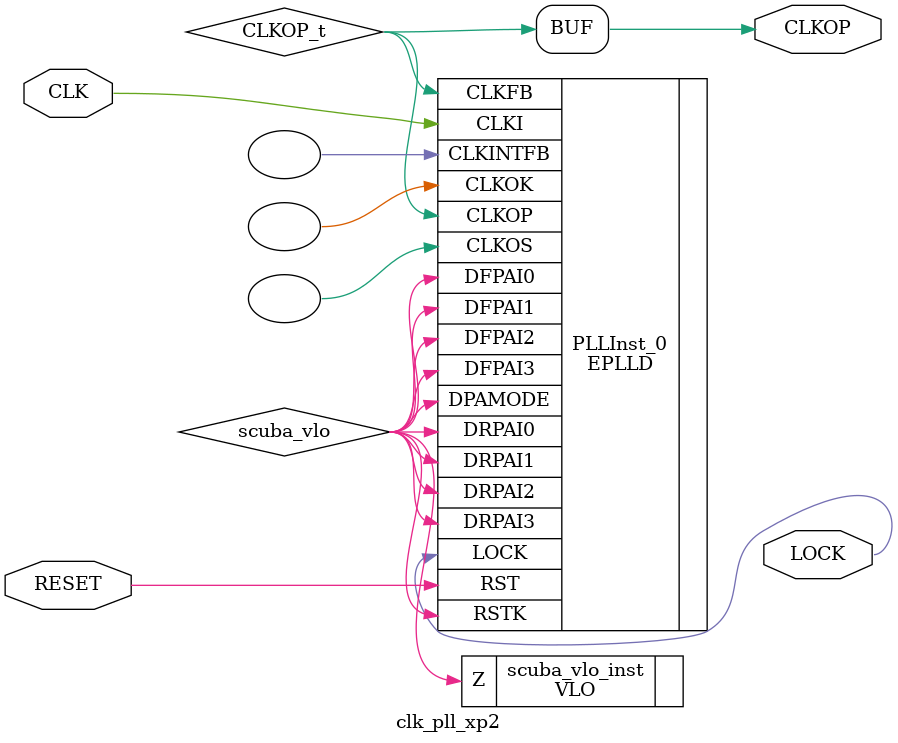
<source format=v>
/* Verilog netlist generated by SCUBA ispLever_v61_SP1_Build (17) */
/* Module Version: 3.4 */
/* C:\ispLEVER_6_1_ver37\ispfpga\bin\nt\scuba.exe -w -n pll_clk -lang verilog -synth synplify -arch mg5a00 -type pll -fin 200 -phase_cntl STATIC -fclkop 200 -fclkop_tol 0.0 -fb_mode CLOCKTREE -noclkos -noclkok -use_rst -noclkok2 -e  */
/* Tue Feb 13 14:46:37 2007 */


`timescale 1 ns / 1 ps

`define XP2 // for ECP2,ECP2M,XP2 Devices

// `define XP // for EC,ECP,XP Devices


`ifdef XP2 // for ECP2,ECP2M,XP2 Devices
module clk_pll_xp2 (CLK, RESET, CLKOP, LOCK);
    input CLK;
    input RESET;
    output CLKOP;
    output LOCK;


    VLO scuba_vlo_inst (.Z(scuba_vlo));

    // synopsys translate_off
    defparam PLLInst_0.CLKOK_BYPASS = "DISABLED" ;
    defparam PLLInst_0.CLKOS_BYPASS = "DISABLED" ;
    defparam PLLInst_0.CLKOP_BYPASS = "DISABLED" ;
    defparam PLLInst_0.PHASE_CNTL = "STATIC" ;
    defparam PLLInst_0.DUTY = 8 ;
    defparam PLLInst_0.PHASEADJ = "0.0" ;
    defparam PLLInst_0.CLKOK_DIV = 2 ;
    defparam PLLInst_0.CLKOP_DIV = 4 ;
    defparam PLLInst_0.CLKFB_DIV = 1 ;
    defparam PLLInst_0.CLKI_DIV = 1 ;
    // synopsys translate_on
    EPLLD PLLInst_0 (.CLKI(CLK), .CLKFB(CLKOP_t), .RST(RESET), .RSTK(scuba_vlo), 
        .DPAMODE(scuba_vlo), .DRPAI0(scuba_vlo), .DRPAI1(scuba_vlo), .DRPAI2(scuba_vlo), 
        .DRPAI3(scuba_vlo), .DFPAI0(scuba_vlo), .DFPAI1(scuba_vlo), .DFPAI2(scuba_vlo), 
        .DFPAI3(scuba_vlo), .CLKOP(CLKOP_t), .CLKOS(), .CLKOK(), .LOCK(LOCK), 
        .CLKINTFB())
             /* synthesis CLKOK_BYPASS="DISABLED" */
             /* synthesis CLKOS_BYPASS="DISABLED" */
             /* synthesis CLKOP_BYPASS="DISABLED" */
             /* synthesis PHASE_CNTL="STATIC" */
             /* synthesis DUTY="8" */
             /* synthesis PHASEADJ="0.0" */
             /* synthesis FREQUENCY_PIN_CLKOP="200.000000" */
             /* synthesis FREQUENCY_PIN_CLKI="200.000000" */
             /* synthesis FREQUENCY_PIN_CLKOK="50.000000" */
             /* synthesis CLKOK_DIV="2" */
             /* synthesis CLKOP_DIV="4" */
             /* synthesis CLKFB_DIV="1" */
             /* synthesis CLKI_DIV="1" */
             /* synthesis FIN="200.000000" */;

    assign CLKOP = CLKOP_t;


    // exemplar begin
    // exemplar attribute PLLInst_0 CLKOK_BYPASS DISABLED
    // exemplar attribute PLLInst_0 CLKOS_BYPASS DISABLED
    // exemplar attribute PLLInst_0 CLKOP_BYPASS DISABLED
    // exemplar attribute PLLInst_0 PHASE_CNTL STATIC
    // exemplar attribute PLLInst_0 DUTY 8
    // exemplar attribute PLLInst_0 PHASEADJ 0.0
    // exemplar attribute PLLInst_0 FREQUENCY_PIN_CLKOP 200.000000
    // exemplar attribute PLLInst_0 FREQUENCY_PIN_CLKI 200.000000
    // exemplar attribute PLLInst_0 FREQUENCY_PIN_CLKOK 50.000000
    // exemplar attribute PLLInst_0 CLKOK_DIV 2
    // exemplar attribute PLLInst_0 CLKOP_DIV 4
    // exemplar attribute PLLInst_0 CLKFB_DIV 1
    // exemplar attribute PLLInst_0 CLKI_DIV 1
    // exemplar attribute PLLInst_0 FIN 200.000000
    // exemplar end

endmodule
`endif

/* Verilog netlist generated by SCUBA ispLever_v61_SP1_Build (17) */
/* Module Version: 3.3 */
/* C:\ispLEVER_6_1_ver37\ispfpga\bin\nt\scuba.exe -w -n clk_pll -lang verilog -synth synplify -arch ep5g00 -type pll -fin 200 -fclkop 200 -fclkop_tol 0.0 -delay_cntl STATIC -fdel 0 -fb_mode CLOCKTREE -noclkos -noclkok -e  */
/* Wed Jan 31 11:04:51 2007 */


`timescale 1 ns / 1 ps

`ifdef XP   // for EC,ECP,XP Devices
module clk_pll_xp (CLK, RESET, CLKOP, LOCK);
    input CLK;
    input RESET;
    output CLKOP;
    output LOCK;

    wire CLK_t;

    VLO scuba_vlo_inst (.Z(scuba_vlo));

    // synopsys translate_off
    defparam PLLBInst_0.DELAY_CNTL = "STATIC" ;
    defparam PLLBInst_0.FDEL = "0" ;
    defparam PLLBInst_0.DUTY = "4" ;
    defparam PLLBInst_0.PHASEADJ = "0" ;
    defparam PLLBInst_0.CLKOK_DIV = "2" ;
    defparam PLLBInst_0.CLKOP_DIV = "4" ;
    defparam PLLBInst_0.CLKFB_DIV = "1" ;
    defparam PLLBInst_0.CLKI_DIV = "1" ;
    // synopsys translate_on
    EHXPLLB PLLBInst_0 (.CLKI(CLK_t), .CLKFB(CLKOP_t), .RST(RESET), .DDAMODE(scuba_vlo), 
        .DDAIZR(scuba_vlo), .DDAILAG(scuba_vlo), .DDAIDEL0(scuba_vlo), .DDAIDEL1(scuba_vlo), 
        .DDAIDEL2(scuba_vlo), .CLKOP(CLKOP_t), .CLKOS(), .CLKOK(), .LOCK(LOCK), 
        .DDAOZR(), .DDAOLAG(), .DDAODEL0(), .DDAODEL1(), .DDAODEL2())
             /* synthesis DELAY_CNTL="STATIC" */
             /* synthesis FDEL="0" */
             /* synthesis DUTY="4" */
             /* synthesis PHASEADJ="0" */
             /* synthesis FB_MODE="CLOCKTREE" */
             /* synthesis FREQUENCY_PIN_CLKOS="200.000000" */
             /* synthesis FREQUENCY_PIN_CLKOP="200.000000" */
             /* synthesis FREQUENCY_PIN_CLKI="200.000000" */
             /* synthesis FREQUENCY_PIN_CLKOK="50.000000" */
             /* synthesis CLKOK_DIV="2" */
             /* synthesis CLKOP_DIV="4" */
             /* synthesis CLKFB_DIV="1" */
             /* synthesis CLKI_DIV="1" */
             /* synthesis FIN="200.000000" */;

    assign CLKOP = CLKOP_t;
    assign CLK_t = CLK;


    // exemplar begin
    // exemplar attribute PLLBInst_0 DELAY_CNTL STATIC
    // exemplar attribute PLLBInst_0 FDEL 0
    // exemplar attribute PLLBInst_0 DUTY 4
    // exemplar attribute PLLBInst_0 PHASEADJ 0
    // exemplar attribute PLLBInst_0 FB_MODE CLOCKTREE
    // exemplar attribute PLLBInst_0 FREQUENCY_PIN_CLKOS 200.000000
    // exemplar attribute PLLBInst_0 FREQUENCY_PIN_CLKOP 200.000000
    // exemplar attribute PLLBInst_0 FREQUENCY_PIN_CLKI 200.000000
    // exemplar attribute PLLBInst_0 FREQUENCY_PIN_CLKOK 50.000000
    // exemplar attribute PLLBInst_0 CLKOK_DIV 2
    // exemplar attribute PLLBInst_0 CLKOP_DIV 4
    // exemplar attribute PLLBInst_0 CLKFB_DIV 1
    // exemplar attribute PLLBInst_0 CLKI_DIV 1
    // exemplar attribute PLLBInst_0 FIN 200.000000
    // exemplar end

endmodule
`endif

</source>
